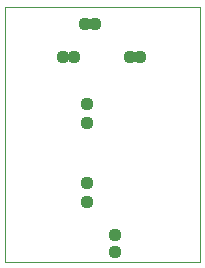
<source format=gbs>
G75*
%MOIN*%
%OFA0B0*%
%FSLAX24Y24*%
%IPPOS*%
%LPD*%
%AMOC8*
5,1,8,0,0,1.08239X$1,22.5*
%
%ADD10C,0.0000*%
%ADD11C,0.0437*%
D10*
X002392Y002642D02*
X002392Y011142D01*
X008892Y011142D01*
X008892Y002642D01*
X002392Y002642D01*
D11*
X005142Y004642D03*
X005142Y005267D03*
X006079Y003517D03*
X006079Y002954D03*
X005142Y007267D03*
X005142Y007892D03*
X004704Y009454D03*
X004329Y009454D03*
X005079Y010579D03*
X005392Y010579D03*
X006579Y009454D03*
X006892Y009454D03*
M02*

</source>
